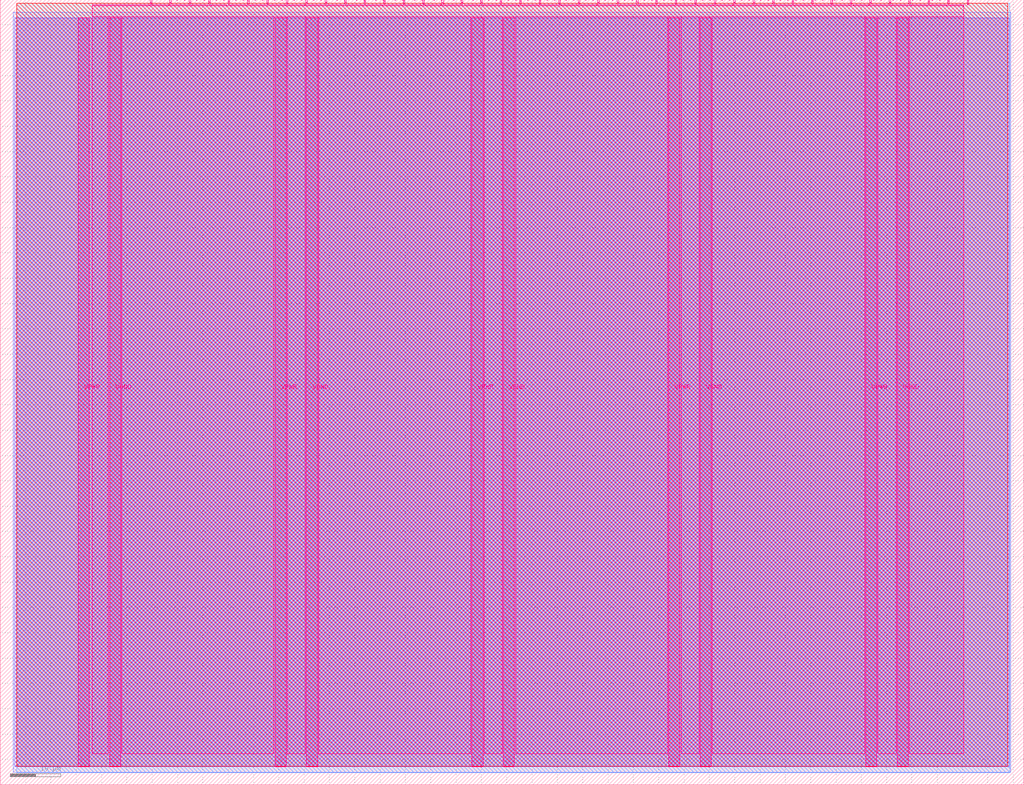
<source format=lef>
VERSION 5.7 ;
  NOWIREEXTENSIONATPIN ON ;
  DIVIDERCHAR "/" ;
  BUSBITCHARS "[]" ;
MACRO tt_um_rebeccargb_intercal_alu
  CLASS BLOCK ;
  FOREIGN tt_um_rebeccargb_intercal_alu ;
  ORIGIN 0.000 0.000 ;
  SIZE 202.080 BY 154.980 ;
  PIN VGND
    DIRECTION INOUT ;
    USE GROUND ;
    PORT
      LAYER Metal5 ;
        RECT 21.580 3.560 23.780 151.420 ;
    END
    PORT
      LAYER Metal5 ;
        RECT 60.450 3.560 62.650 151.420 ;
    END
    PORT
      LAYER Metal5 ;
        RECT 99.320 3.560 101.520 151.420 ;
    END
    PORT
      LAYER Metal5 ;
        RECT 138.190 3.560 140.390 151.420 ;
    END
    PORT
      LAYER Metal5 ;
        RECT 177.060 3.560 179.260 151.420 ;
    END
  END VGND
  PIN VPWR
    DIRECTION INOUT ;
    USE POWER ;
    PORT
      LAYER Metal5 ;
        RECT 15.380 3.560 17.580 151.420 ;
    END
    PORT
      LAYER Metal5 ;
        RECT 54.250 3.560 56.450 151.420 ;
    END
    PORT
      LAYER Metal5 ;
        RECT 93.120 3.560 95.320 151.420 ;
    END
    PORT
      LAYER Metal5 ;
        RECT 131.990 3.560 134.190 151.420 ;
    END
    PORT
      LAYER Metal5 ;
        RECT 170.860 3.560 173.060 151.420 ;
    END
  END VPWR
  PIN clk
    DIRECTION INPUT ;
    USE SIGNAL ;
    ANTENNAGATEAREA 0.213200 ;
    PORT
      LAYER Metal5 ;
        RECT 187.050 153.980 187.350 154.980 ;
    END
  END clk
  PIN ena
    DIRECTION INPUT ;
    USE SIGNAL ;
    PORT
      LAYER Metal5 ;
        RECT 190.890 153.980 191.190 154.980 ;
    END
  END ena
  PIN rst_n
    DIRECTION INPUT ;
    USE SIGNAL ;
    PORT
      LAYER Metal5 ;
        RECT 183.210 153.980 183.510 154.980 ;
    END
  END rst_n
  PIN ui_in[0]
    DIRECTION INPUT ;
    USE SIGNAL ;
    ANTENNAGATEAREA 0.213200 ;
    PORT
      LAYER Metal5 ;
        RECT 179.370 153.980 179.670 154.980 ;
    END
  END ui_in[0]
  PIN ui_in[1]
    DIRECTION INPUT ;
    USE SIGNAL ;
    ANTENNAGATEAREA 0.213200 ;
    PORT
      LAYER Metal5 ;
        RECT 175.530 153.980 175.830 154.980 ;
    END
  END ui_in[1]
  PIN ui_in[2]
    DIRECTION INPUT ;
    USE SIGNAL ;
    ANTENNAGATEAREA 0.314600 ;
    PORT
      LAYER Metal5 ;
        RECT 171.690 153.980 171.990 154.980 ;
    END
  END ui_in[2]
  PIN ui_in[3]
    DIRECTION INPUT ;
    USE SIGNAL ;
    ANTENNAGATEAREA 0.393900 ;
    PORT
      LAYER Metal5 ;
        RECT 167.850 153.980 168.150 154.980 ;
    END
  END ui_in[3]
  PIN ui_in[4]
    DIRECTION INPUT ;
    USE SIGNAL ;
    ANTENNAGATEAREA 0.213200 ;
    PORT
      LAYER Metal5 ;
        RECT 164.010 153.980 164.310 154.980 ;
    END
  END ui_in[4]
  PIN ui_in[5]
    DIRECTION INPUT ;
    USE SIGNAL ;
    ANTENNAGATEAREA 0.213200 ;
    PORT
      LAYER Metal5 ;
        RECT 160.170 153.980 160.470 154.980 ;
    END
  END ui_in[5]
  PIN ui_in[6]
    DIRECTION INPUT ;
    USE SIGNAL ;
    ANTENNAGATEAREA 0.213200 ;
    PORT
      LAYER Metal5 ;
        RECT 156.330 153.980 156.630 154.980 ;
    END
  END ui_in[6]
  PIN ui_in[7]
    DIRECTION INPUT ;
    USE SIGNAL ;
    ANTENNAGATEAREA 0.314600 ;
    PORT
      LAYER Metal5 ;
        RECT 152.490 153.980 152.790 154.980 ;
    END
  END ui_in[7]
  PIN uio_in[0]
    DIRECTION INPUT ;
    USE SIGNAL ;
    ANTENNAGATEAREA 0.314600 ;
    PORT
      LAYER Metal5 ;
        RECT 148.650 153.980 148.950 154.980 ;
    END
  END uio_in[0]
  PIN uio_in[1]
    DIRECTION INPUT ;
    USE SIGNAL ;
    ANTENNAGATEAREA 0.314600 ;
    PORT
      LAYER Metal5 ;
        RECT 144.810 153.980 145.110 154.980 ;
    END
  END uio_in[1]
  PIN uio_in[2]
    DIRECTION INPUT ;
    USE SIGNAL ;
    ANTENNAGATEAREA 0.725400 ;
    PORT
      LAYER Metal5 ;
        RECT 140.970 153.980 141.270 154.980 ;
    END
  END uio_in[2]
  PIN uio_in[3]
    DIRECTION INPUT ;
    USE SIGNAL ;
    ANTENNAGATEAREA 0.725400 ;
    PORT
      LAYER Metal5 ;
        RECT 137.130 153.980 137.430 154.980 ;
    END
  END uio_in[3]
  PIN uio_in[4]
    DIRECTION INPUT ;
    USE SIGNAL ;
    ANTENNAGATEAREA 0.725400 ;
    PORT
      LAYER Metal5 ;
        RECT 133.290 153.980 133.590 154.980 ;
    END
  END uio_in[4]
  PIN uio_in[5]
    DIRECTION INPUT ;
    USE SIGNAL ;
    ANTENNAGATEAREA 0.725400 ;
    PORT
      LAYER Metal5 ;
        RECT 129.450 153.980 129.750 154.980 ;
    END
  END uio_in[5]
  PIN uio_in[6]
    DIRECTION INPUT ;
    USE SIGNAL ;
    ANTENNAGATEAREA 0.725400 ;
    PORT
      LAYER Metal5 ;
        RECT 125.610 153.980 125.910 154.980 ;
    END
  END uio_in[6]
  PIN uio_in[7]
    DIRECTION INPUT ;
    USE SIGNAL ;
    ANTENNAGATEAREA 0.725400 ;
    PORT
      LAYER Metal5 ;
        RECT 121.770 153.980 122.070 154.980 ;
    END
  END uio_in[7]
  PIN uio_oe[0]
    DIRECTION OUTPUT ;
    USE SIGNAL ;
    ANTENNADIFFAREA 0.654800 ;
    PORT
      LAYER Metal5 ;
        RECT 56.490 153.980 56.790 154.980 ;
    END
  END uio_oe[0]
  PIN uio_oe[1]
    DIRECTION OUTPUT ;
    USE SIGNAL ;
    ANTENNADIFFAREA 0.654800 ;
    PORT
      LAYER Metal5 ;
        RECT 52.650 153.980 52.950 154.980 ;
    END
  END uio_oe[1]
  PIN uio_oe[2]
    DIRECTION OUTPUT ;
    USE SIGNAL ;
    ANTENNADIFFAREA 0.654800 ;
    PORT
      LAYER Metal5 ;
        RECT 48.810 153.980 49.110 154.980 ;
    END
  END uio_oe[2]
  PIN uio_oe[3]
    DIRECTION OUTPUT ;
    USE SIGNAL ;
    ANTENNADIFFAREA 0.654800 ;
    PORT
      LAYER Metal5 ;
        RECT 44.970 153.980 45.270 154.980 ;
    END
  END uio_oe[3]
  PIN uio_oe[4]
    DIRECTION OUTPUT ;
    USE SIGNAL ;
    ANTENNADIFFAREA 0.654800 ;
    PORT
      LAYER Metal5 ;
        RECT 41.130 153.980 41.430 154.980 ;
    END
  END uio_oe[4]
  PIN uio_oe[5]
    DIRECTION OUTPUT ;
    USE SIGNAL ;
    ANTENNADIFFAREA 0.654800 ;
    PORT
      LAYER Metal5 ;
        RECT 37.290 153.980 37.590 154.980 ;
    END
  END uio_oe[5]
  PIN uio_oe[6]
    DIRECTION OUTPUT ;
    USE SIGNAL ;
    ANTENNADIFFAREA 0.654800 ;
    PORT
      LAYER Metal5 ;
        RECT 33.450 153.980 33.750 154.980 ;
    END
  END uio_oe[6]
  PIN uio_oe[7]
    DIRECTION OUTPUT ;
    USE SIGNAL ;
    ANTENNAGATEAREA 1.264900 ;
    ANTENNADIFFAREA 0.712400 ;
    PORT
      LAYER Metal5 ;
        RECT 29.610 153.980 29.910 154.980 ;
    END
  END uio_oe[7]
  PIN uio_out[0]
    DIRECTION OUTPUT ;
    USE SIGNAL ;
    ANTENNAGATEAREA 0.180700 ;
    ANTENNADIFFAREA 0.706800 ;
    PORT
      LAYER Metal5 ;
        RECT 87.210 153.980 87.510 154.980 ;
    END
  END uio_out[0]
  PIN uio_out[1]
    DIRECTION OUTPUT ;
    USE SIGNAL ;
    ANTENNAGATEAREA 0.180700 ;
    ANTENNADIFFAREA 0.706800 ;
    PORT
      LAYER Metal5 ;
        RECT 83.370 153.980 83.670 154.980 ;
    END
  END uio_out[1]
  PIN uio_out[2]
    DIRECTION OUTPUT ;
    USE SIGNAL ;
    ANTENNAGATEAREA 0.213200 ;
    ANTENNADIFFAREA 0.706800 ;
    PORT
      LAYER Metal5 ;
        RECT 79.530 153.980 79.830 154.980 ;
    END
  END uio_out[2]
  PIN uio_out[3]
    DIRECTION OUTPUT ;
    USE SIGNAL ;
    ANTENNAGATEAREA 0.213200 ;
    ANTENNADIFFAREA 0.706800 ;
    PORT
      LAYER Metal5 ;
        RECT 75.690 153.980 75.990 154.980 ;
    END
  END uio_out[3]
  PIN uio_out[4]
    DIRECTION OUTPUT ;
    USE SIGNAL ;
    ANTENNAGATEAREA 0.180700 ;
    ANTENNADIFFAREA 0.706800 ;
    PORT
      LAYER Metal5 ;
        RECT 71.850 153.980 72.150 154.980 ;
    END
  END uio_out[4]
  PIN uio_out[5]
    DIRECTION OUTPUT ;
    USE SIGNAL ;
    ANTENNAGATEAREA 0.180700 ;
    ANTENNADIFFAREA 0.706800 ;
    PORT
      LAYER Metal5 ;
        RECT 68.010 153.980 68.310 154.980 ;
    END
  END uio_out[5]
  PIN uio_out[6]
    DIRECTION OUTPUT ;
    USE SIGNAL ;
    ANTENNAGATEAREA 0.180700 ;
    ANTENNADIFFAREA 0.706800 ;
    PORT
      LAYER Metal5 ;
        RECT 64.170 153.980 64.470 154.980 ;
    END
  END uio_out[6]
  PIN uio_out[7]
    DIRECTION OUTPUT ;
    USE SIGNAL ;
    ANTENNAGATEAREA 0.213200 ;
    ANTENNADIFFAREA 0.706800 ;
    PORT
      LAYER Metal5 ;
        RECT 60.330 153.980 60.630 154.980 ;
    END
  END uio_out[7]
  PIN uo_out[0]
    DIRECTION OUTPUT ;
    USE SIGNAL ;
    ANTENNADIFFAREA 0.654800 ;
    PORT
      LAYER Metal5 ;
        RECT 117.930 153.980 118.230 154.980 ;
    END
  END uo_out[0]
  PIN uo_out[1]
    DIRECTION OUTPUT ;
    USE SIGNAL ;
    ANTENNADIFFAREA 0.654800 ;
    PORT
      LAYER Metal5 ;
        RECT 114.090 153.980 114.390 154.980 ;
    END
  END uo_out[1]
  PIN uo_out[2]
    DIRECTION OUTPUT ;
    USE SIGNAL ;
    ANTENNADIFFAREA 0.706800 ;
    PORT
      LAYER Metal5 ;
        RECT 110.250 153.980 110.550 154.980 ;
    END
  END uo_out[2]
  PIN uo_out[3]
    DIRECTION OUTPUT ;
    USE SIGNAL ;
    ANTENNADIFFAREA 0.706800 ;
    PORT
      LAYER Metal5 ;
        RECT 106.410 153.980 106.710 154.980 ;
    END
  END uo_out[3]
  PIN uo_out[4]
    DIRECTION OUTPUT ;
    USE SIGNAL ;
    ANTENNADIFFAREA 0.654800 ;
    PORT
      LAYER Metal5 ;
        RECT 102.570 153.980 102.870 154.980 ;
    END
  END uo_out[4]
  PIN uo_out[5]
    DIRECTION OUTPUT ;
    USE SIGNAL ;
    ANTENNADIFFAREA 0.654800 ;
    PORT
      LAYER Metal5 ;
        RECT 98.730 153.980 99.030 154.980 ;
    END
  END uo_out[5]
  PIN uo_out[6]
    DIRECTION OUTPUT ;
    USE SIGNAL ;
    ANTENNADIFFAREA 0.654800 ;
    PORT
      LAYER Metal5 ;
        RECT 94.890 153.980 95.190 154.980 ;
    END
  END uo_out[6]
  PIN uo_out[7]
    DIRECTION OUTPUT ;
    USE SIGNAL ;
    ANTENNADIFFAREA 0.706800 ;
    PORT
      LAYER Metal5 ;
        RECT 91.050 153.980 91.350 154.980 ;
    END
  END uo_out[7]
  OBS
      LAYER GatPoly ;
        RECT 2.880 3.630 199.200 151.350 ;
      LAYER Metal1 ;
        RECT 2.880 3.560 199.200 151.420 ;
      LAYER Metal2 ;
        RECT 2.605 2.420 199.475 152.560 ;
      LAYER Metal3 ;
        RECT 3.260 2.375 199.300 154.285 ;
      LAYER Metal4 ;
        RECT 3.215 3.680 198.865 154.240 ;
      LAYER Metal5 ;
        RECT 18.140 153.770 29.400 153.980 ;
        RECT 30.120 153.770 33.240 153.980 ;
        RECT 33.960 153.770 37.080 153.980 ;
        RECT 37.800 153.770 40.920 153.980 ;
        RECT 41.640 153.770 44.760 153.980 ;
        RECT 45.480 153.770 48.600 153.980 ;
        RECT 49.320 153.770 52.440 153.980 ;
        RECT 53.160 153.770 56.280 153.980 ;
        RECT 57.000 153.770 60.120 153.980 ;
        RECT 60.840 153.770 63.960 153.980 ;
        RECT 64.680 153.770 67.800 153.980 ;
        RECT 68.520 153.770 71.640 153.980 ;
        RECT 72.360 153.770 75.480 153.980 ;
        RECT 76.200 153.770 79.320 153.980 ;
        RECT 80.040 153.770 83.160 153.980 ;
        RECT 83.880 153.770 87.000 153.980 ;
        RECT 87.720 153.770 90.840 153.980 ;
        RECT 91.560 153.770 94.680 153.980 ;
        RECT 95.400 153.770 98.520 153.980 ;
        RECT 99.240 153.770 102.360 153.980 ;
        RECT 103.080 153.770 106.200 153.980 ;
        RECT 106.920 153.770 110.040 153.980 ;
        RECT 110.760 153.770 113.880 153.980 ;
        RECT 114.600 153.770 117.720 153.980 ;
        RECT 118.440 153.770 121.560 153.980 ;
        RECT 122.280 153.770 125.400 153.980 ;
        RECT 126.120 153.770 129.240 153.980 ;
        RECT 129.960 153.770 133.080 153.980 ;
        RECT 133.800 153.770 136.920 153.980 ;
        RECT 137.640 153.770 140.760 153.980 ;
        RECT 141.480 153.770 144.600 153.980 ;
        RECT 145.320 153.770 148.440 153.980 ;
        RECT 149.160 153.770 152.280 153.980 ;
        RECT 153.000 153.770 156.120 153.980 ;
        RECT 156.840 153.770 159.960 153.980 ;
        RECT 160.680 153.770 163.800 153.980 ;
        RECT 164.520 153.770 167.640 153.980 ;
        RECT 168.360 153.770 171.480 153.980 ;
        RECT 172.200 153.770 175.320 153.980 ;
        RECT 176.040 153.770 179.160 153.980 ;
        RECT 179.880 153.770 183.000 153.980 ;
        RECT 183.720 153.770 186.840 153.980 ;
        RECT 187.560 153.770 190.180 153.980 ;
        RECT 18.140 151.630 190.180 153.770 ;
        RECT 18.140 6.155 21.370 151.630 ;
        RECT 23.990 6.155 54.040 151.630 ;
        RECT 56.660 6.155 60.240 151.630 ;
        RECT 62.860 6.155 92.910 151.630 ;
        RECT 95.530 6.155 99.110 151.630 ;
        RECT 101.730 6.155 131.780 151.630 ;
        RECT 134.400 6.155 137.980 151.630 ;
        RECT 140.600 6.155 170.650 151.630 ;
        RECT 173.270 6.155 176.850 151.630 ;
        RECT 179.470 6.155 190.180 151.630 ;
  END
END tt_um_rebeccargb_intercal_alu
END LIBRARY


</source>
